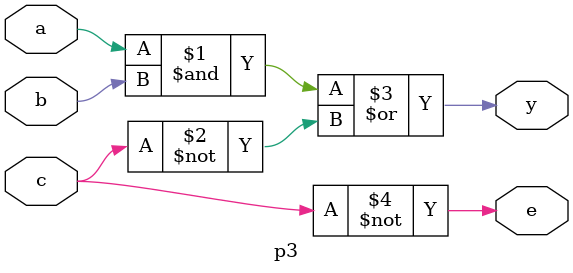
<source format=v>
module p3(a,b,c,y,e);
input a,b,c;
output y,e;
assign y=(a&b)|~c;
assign e=~c;
endmodule

</source>
